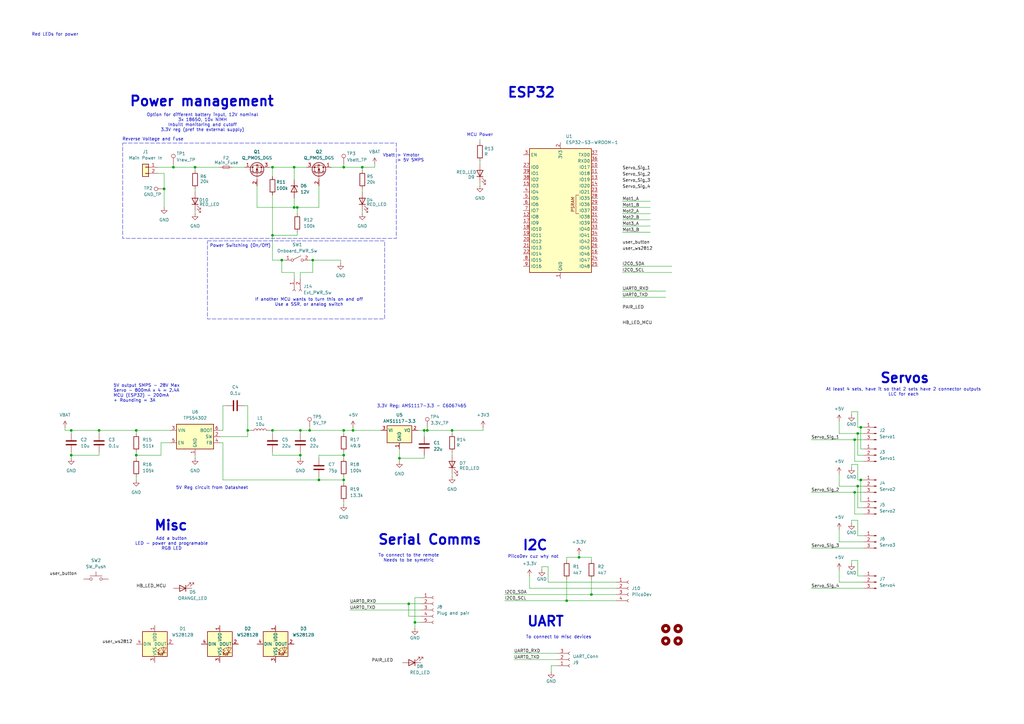
<source format=kicad_sch>
(kicad_sch (version 20231120) (generator "eeschema") (generator_version "8.0")
  (paper "A3")
  (title_block (title "Robot-Simple") (date "2025-01-03") (rev "v10") (company "Liam Howell") (comment 1 "https://github.com/LiamHowell/Robot-Simple"))
  (junction (at 140.97 186.69))
  (junction (at 123.19 176.53))
  (junction (at 29.21 176.53))
  (junction (at 480.06 118.11))
  (junction (at 111.76 176.53))
  (junction (at 127 176.53))
  (junction (at 480.06 82.55))
  (junction (at 480.06 153.67))
  (junction (at 351.79 199.39))
  (junction (at 130.81 196.85))
  (junction (at 242.57 243.84))
  (junction (at 148.59 68.58))
  (junction (at 128.27 106.68))
  (junction (at 140.97 196.85))
  (junction (at 480.06 72.39))
  (junction (at 353.06 175.26))
  (junction (at 173.99 176.53))
  (junction (at 55.88 176.53))
  (junction (at 120.65 68.58))
  (junction (at 140.97 176.53))
  (junction (at 40.64 176.53))
  (junction (at 71.12 68.58))
  (junction (at 167.64 247.65))
  (junction (at 29.21 186.69))
  (junction (at 101.6 176.53))
  (junction (at 123.19 186.69))
  (junction (at 185.42 176.53))
  (junction (at 111.76 68.58))
  (junction (at 351.79 177.8))
  (junction (at 67.31 77.47))
  (junction (at 480.06 143.51))
  (junction (at 350.52 180.34))
  (junction (at 55.88 186.69))
  (junction (at 353.06 196.85))
  (junction (at 144.78 176.53))
  (junction (at 175.26 176.53))
  (junction (at 237.49 228.6))
  (junction (at 170.18 255.27))
  (junction (at 115.57 106.68))
  (junction (at 80.01 68.58))
  (junction (at 232.41 246.38))
  (junction (at 120.65 85.09))
  (junction (at 121.92 85.09))
  (junction (at 140.97 68.58))
  (junction (at 350.52 201.93))
  (junction (at 111.76 96.52))
  (junction (at 163.83 187.96))
  (junction (at 480.06 107.95))
  (wire (pts (xy 480.06 119.38) (xy 480.06 118.11)))
  (wire (pts (xy 351.79 186.69) (xy 351.79 177.8)))
  (wire (pts (xy 222.25 233.68) (xy 222.25 232.41)))
  (wire (pts (xy 67.31 71.12) (xy 67.31 77.47)))
  (wire (pts (xy 123.19 111.76) (xy 128.27 111.76)))
  (wire (pts (xy 354.33 208.28) (xy 351.79 208.28)))
  (wire (pts (xy 80.01 87.63) (xy 80.01 86.36)))
  (wire (pts (xy 55.88 176.53) (xy 69.85 176.53)))
  (wire (pts (xy 237.49 227.33) (xy 237.49 228.6)))
  (wire (pts (xy 207.01 246.38) (xy 232.41 246.38)))
  (wire (pts (xy 140.97 177.8) (xy 140.97 176.53)))
  (wire (pts (xy 478.79 135.89) (xy 496.57 135.89)))
  (wire (pts (xy 175.26 175.26) (xy 175.26 176.53)))
  (wire (pts (xy 29.21 186.69) (xy 29.21 187.96)))
  (wire (pts (xy 354.33 177.8) (xy 351.79 177.8)))
  (wire (pts (xy 255.27 109.22) (xy 275.59 109.22)))
  (wire (pts (xy 123.19 186.69) (xy 111.76 186.69)))
  (wire (pts (xy 207.01 243.84) (xy 242.57 243.84)))
  (wire (pts (xy 487.68 143.51) (xy 487.68 144.78)))
  (wire (pts (xy 351.79 236.22) (xy 354.33 236.22)))
  (wire (pts (xy 242.57 243.84) (xy 242.57 237.49)))
  (wire (pts (xy 29.21 185.42) (xy 29.21 186.69)))
  (wire (pts (xy 120.65 68.58) (xy 120.65 73.66)))
  (wire (pts (xy 115.57 106.68) (xy 115.57 111.76)))
  (wire (pts (xy 232.41 237.49) (xy 232.41 246.38)))
  (wire (pts (xy 173.99 176.53) (xy 175.26 176.53)))
  (wire (pts (xy 64.77 71.12) (xy 67.31 71.12)))
  (wire (pts (xy 111.76 68.58) (xy 111.76 72.39)))
  (wire (pts (xy 111.76 96.52) (xy 121.92 96.52)))
  (wire (pts (xy 351.79 190.5) (xy 351.79 196.85)))
  (wire (pts (xy 105.41 76.2) (xy 105.41 85.09)))
  (wire (pts (xy 66.04 186.69) (xy 55.88 186.69)))
  (wire (pts (xy 140.97 196.85) (xy 140.97 198.12)))
  (wire (pts (xy 143.51 250.19) (xy 172.72 250.19)))
  (wire (pts (xy 91.44 181.61) (xy 91.44 196.85)))
  (wire (pts (xy 101.6 176.53) (xy 102.87 176.53)))
  (wire (pts (xy 353.06 205.74) (xy 353.06 196.85)))
  (wire (pts (xy 116.84 106.68) (xy 115.57 106.68)))
  (wire (pts (xy 128.27 106.68) (xy 128.27 111.76)))
  (wire (pts (xy 127 176.53) (xy 140.97 176.53)))
  (wire (pts (xy 217.17 236.22) (xy 217.17 241.3)))
  (wire (pts (xy 148.59 77.47) (xy 148.59 78.74)))
  (wire (pts (xy 140.97 68.58) (xy 148.59 68.58)))
  (wire (pts (xy 480.06 107.95) (xy 487.68 107.95)))
  (wire (pts (xy 349.25 214.63) (xy 349.25 213.36)))
  (wire (pts (xy 222.25 232.41) (xy 224.79 232.41)))
  (wire (pts (xy 344.17 233.68) (xy 344.17 238.76)))
  (wire (pts (xy 143.51 247.65) (xy 167.64 247.65)))
  (wire (pts (xy 66.04 181.61) (xy 66.04 186.69)))
  (wire (pts (xy 120.65 68.58) (xy 125.73 68.58)))
  (wire (pts (xy 196.85 66.04) (xy 196.85 67.31)))
  (wire (pts (xy 101.6 179.07) (xy 101.6 176.53)))
  (wire (pts (xy 90.17 181.61) (xy 91.44 181.61)))
  (wire (pts (xy 90.17 179.07) (xy 101.6 179.07)))
  (wire (pts (xy 111.76 96.52) (xy 111.76 106.68)))
  (wire (pts (xy 29.21 176.53) (xy 29.21 177.8)))
  (wire (pts (xy 140.97 186.69) (xy 140.97 187.96)))
  (wire (pts (xy 172.72 252.73) (xy 167.64 252.73)))
  (wire (pts (xy 480.06 107.95) (xy 480.06 109.22)))
  (wire (pts (xy 40.64 185.42) (xy 40.64 186.69)))
  (wire (pts (xy 349.25 231.14) (xy 349.25 229.87)))
  (wire (pts (xy 80.01 68.58) (xy 90.17 68.58)))
  (wire (pts (xy 255.27 85.09) (xy 266.7 85.09)))
  (wire (pts (xy 332.74 241.3) (xy 354.33 241.3)))
  (wire (pts (xy 468.63 113.03) (xy 468.63 114.3)))
  (wire (pts (xy 130.81 85.09) (xy 121.92 85.09)))
  (wire (pts (xy 121.92 85.09) (xy 121.92 87.63)))
  (wire (pts (xy 487.68 153.67) (xy 487.68 152.4)))
  (wire (pts (xy 349.25 229.87) (xy 351.79 229.87)))
  (wire (pts (xy 447.04 64.77) (xy 458.47 64.77)))
  (wire (pts (xy 480.06 82.55) (xy 487.68 82.55)))
  (wire (pts (xy 487.68 82.55) (xy 487.68 81.28)))
  (wire (pts (xy 468.63 129.54) (xy 468.63 130.81)))
  (wire (pts (xy 196.85 76.2) (xy 196.85 74.93)))
  (wire (pts (xy 354.33 175.26) (xy 353.06 175.26)))
  (wire (pts (xy 478.79 107.95) (xy 480.06 107.95)))
  (wire (pts (xy 480.06 83.82) (xy 480.06 82.55)))
  (wire (pts (xy 128.27 106.68) (xy 139.7 106.68)))
  (wire (pts (xy 349.25 190.5) (xy 351.79 190.5)))
  (wire (pts (xy 120.65 111.76) (xy 115.57 111.76)))
  (wire (pts (xy 237.49 228.6) (xy 242.57 228.6)))
  (wire (pts (xy 80.01 77.47) (xy 80.01 78.74)))
  (wire (pts (xy 353.06 175.26) (xy 351.79 175.26)))
  (wire (pts (xy 351.79 177.8) (xy 344.17 177.8)))
  (wire (pts (xy 353.06 196.85) (xy 351.79 196.85)))
  (wire (pts (xy 139.7 106.68) (xy 139.7 107.95)))
  (wire (pts (xy 480.06 81.28) (xy 480.06 82.55)))
  (wire (pts (xy 111.76 176.53) (xy 123.19 176.53)))
  (wire (pts (xy 120.65 85.09) (xy 120.65 81.28)))
  (wire (pts (xy 224.79 238.76) (xy 252.73 238.76)))
  (wire (pts (xy 468.63 93.98) (xy 468.63 95.25)))
  (wire (pts (xy 255.27 82.55) (xy 266.7 82.55)))
  (wire (pts (xy 480.06 143.51) (xy 487.68 143.51)))
  (wire (pts (xy 210.82 270.51) (xy 228.6 270.51)))
  (wire (pts (xy 185.42 176.53) (xy 198.12 176.53)))
  (wire (pts (xy 110.49 176.53) (xy 111.76 176.53)))
  (wire (pts (xy 123.19 185.42) (xy 123.19 186.69)))
  (wire (pts (xy 255.27 87.63) (xy 266.7 87.63)))
  (wire (pts (xy 40.64 176.53) (xy 29.21 176.53)))
  (wire (pts (xy 255.27 92.71) (xy 266.7 92.71)))
  (wire (pts (xy 153.67 67.31) (xy 153.67 68.58)))
  (wire (pts (xy 487.68 118.11) (xy 487.68 116.84)))
  (wire (pts (xy 332.74 224.79) (xy 354.33 224.79)))
  (wire (pts (xy 480.06 72.39) (xy 480.06 73.66)))
  (wire (pts (xy 148.59 87.63) (xy 148.59 86.36)))
  (wire (pts (xy 350.52 180.34) (xy 350.52 189.23)))
  (wire (pts (xy 40.64 186.69) (xy 29.21 186.69)))
  (wire (pts (xy 173.99 186.69) (xy 173.99 187.96)))
  (wire (pts (xy 101.6 166.37) (xy 101.6 176.53)))
  (wire (pts (xy 111.76 80.01) (xy 111.76 96.52)))
  (wire (pts (xy 123.19 186.69) (xy 123.19 187.96)))
  (wire (pts (xy 480.06 116.84) (xy 480.06 118.11)))
  (wire (pts (xy 255.27 95.25) (xy 266.7 95.25)))
  (wire (pts (xy 71.12 67.31) (xy 71.12 68.58)))
  (wire (pts (xy 487.68 107.95) (xy 487.68 109.22)))
  (wire (pts (xy 130.81 195.58) (xy 130.81 196.85)))
  (wire (pts (xy 148.59 68.58) (xy 148.59 69.85)))
  (wire (pts (xy 121.92 95.25) (xy 121.92 96.52)))
  (wire (pts (xy 350.52 210.82) (xy 354.33 210.82)))
  (wire (pts (xy 170.18 255.27) (xy 170.18 245.11)))
  (wire (pts (xy 349.25 168.91) (xy 351.79 168.91)))
  (wire (pts (xy 100.33 166.37) (xy 101.6 166.37)))
  (wire (pts (xy 447.04 135.89) (xy 458.47 135.89)))
  (wire (pts (xy 351.79 208.28) (xy 351.79 199.39)))
  (wire (pts (xy 170.18 245.11) (xy 172.72 245.11)))
  (wire (pts (xy 255.27 121.92) (xy 273.05 121.92)))
  (wire (pts (xy 468.63 148.59) (xy 468.63 149.86)))
  (wire (pts (xy 255.27 111.76) (xy 275.59 111.76)))
  (wire (pts (xy 80.01 187.96) (xy 80.01 186.69)))
  (wire (pts (xy 55.88 185.42) (xy 55.88 186.69)))
  (wire (pts (xy 140.97 176.53) (xy 144.78 176.53)))
  (wire (pts (xy 447.04 138.43) (xy 458.47 138.43)))
  (wire (pts (xy 95.25 68.58) (xy 100.33 68.58)))
  (wire (pts (xy 173.99 176.53) (xy 173.99 179.07)))
  (wire (pts (xy 130.81 187.96) (xy 130.81 186.69)))
  (wire (pts (xy 232.41 228.6) (xy 237.49 228.6)))
  (wire (pts (xy 332.74 180.34) (xy 350.52 180.34)))
  (wire (pts (xy 127 175.26) (xy 127 176.53)))
  (wire (pts (xy 163.83 189.23) (xy 163.83 187.96)))
  (wire (pts (xy 115.57 106.68) (xy 111.76 106.68)))
  (wire (pts (xy 196.85 57.15) (xy 196.85 58.42)))
  (wire (pts (xy 447.04 102.87) (xy 458.47 102.87)))
  (wire (pts (xy 91.44 166.37) (xy 92.71 166.37)))
  (wire (pts (xy 480.06 72.39) (xy 487.68 72.39)))
  (wire (pts (xy 226.06 273.05) (xy 226.06 275.59)))
  (wire (pts (xy 344.17 222.25) (xy 354.33 222.25)))
  (wire (pts (xy 167.64 252.73) (xy 167.64 247.65)))
  (wire (pts (xy 55.88 186.69) (xy 55.88 187.96)))
  (wire (pts (xy 232.41 246.38) (xy 252.73 246.38)))
  (wire (pts (xy 350.52 189.23) (xy 354.33 189.23)))
  (wire (pts (xy 255.27 90.17) (xy 266.7 90.17)))
  (wire (pts (xy 349.25 170.18) (xy 349.25 168.91)))
  (wire (pts (xy 111.76 68.58) (xy 120.65 68.58)))
  (wire (pts (xy 478.79 72.39) (xy 480.06 72.39)))
  (wire (pts (xy 130.81 196.85) (xy 140.97 196.85)))
  (wire (pts (xy 110.49 68.58) (xy 111.76 68.58)))
  (wire (pts (xy 55.88 177.8) (xy 55.88 176.53)))
  (wire (pts (xy 140.97 67.31) (xy 140.97 68.58)))
  (wire (pts (xy 354.33 199.39) (xy 351.79 199.39)))
  (wire (pts (xy 123.19 114.3) (xy 123.19 111.76)))
  (wire (pts (xy 344.17 217.17) (xy 344.17 222.25)))
  (wire (pts (xy 80.01 68.58) (xy 80.01 69.85)))
  (wire (pts (xy 480.06 152.4) (xy 480.06 153.67)))
  (wire (pts (xy 130.81 76.2) (xy 130.81 85.09)))
  (wire (pts (xy 344.17 172.72) (xy 344.17 177.8)))
  (wire (pts (xy 480.06 143.51) (xy 480.06 144.78)))
  (wire (pts (xy 478.79 100.33) (xy 496.57 100.33)))
  (wire (pts (xy 487.68 72.39) (xy 487.68 73.66)))
  (wire (pts (xy 40.64 176.53) (xy 40.64 177.8)))
  (wire (pts (xy 167.64 247.65) (xy 172.72 247.65)))
  (wire (pts (xy 354.33 186.69) (xy 351.79 186.69)))
  (wire (pts (xy 480.06 154.94) (xy 480.06 153.67)))
  (wire (pts (xy 55.88 196.85) (xy 55.88 195.58)))
  (wire (pts (xy 210.82 267.97) (xy 228.6 267.97)))
  (wire (pts (xy 224.79 232.41) (xy 224.79 238.76)))
  (wire (pts (xy 468.63 77.47) (xy 468.63 78.74)))
  (wire (pts (xy 354.33 201.93) (xy 350.52 201.93)))
  (wire (pts (xy 144.78 176.53) (xy 156.21 176.53)))
  (wire (pts (xy 351.79 168.91) (xy 351.79 175.26)))
  (wire (pts (xy 130.81 186.69) (xy 140.97 186.69)))
  (wire (pts (xy 172.72 255.27) (xy 170.18 255.27)))
  (wire (pts (xy 349.25 191.77) (xy 349.25 190.5)))
  (wire (pts (xy 91.44 166.37) (xy 91.44 176.53)))
  (wire (pts (xy 478.79 67.31) (xy 496.57 67.31)))
  (wire (pts (xy 69.85 181.61) (xy 66.04 181.61)))
  (wire (pts (xy 255.27 119.38) (xy 273.05 119.38)))
  (wire (pts (xy 354.33 205.74) (xy 353.06 205.74)))
  (wire (pts (xy 350.52 201.93) (xy 350.52 210.82)))
  (wire (pts (xy 354.33 184.15) (xy 353.06 184.15)))
  (wire (pts (xy 354.33 180.34) (xy 350.52 180.34)))
  (wire (pts (xy 478.79 138.43) (xy 496.57 138.43)))
  (wire (pts (xy 242.57 228.6) (xy 242.57 229.87)))
  (wire (pts (xy 170.18 255.27) (xy 170.18 257.81)))
  (wire (pts (xy 198.12 175.26) (xy 198.12 176.53)))
  (wire (pts (xy 123.19 176.53) (xy 127 176.53)))
  (wire (pts (xy 163.83 184.15) (xy 163.83 187.96)))
  (wire (pts (xy 468.63 58.42) (xy 468.63 59.69)))
  (wire (pts (xy 349.25 213.36) (xy 351.79 213.36)))
  (wire (pts (xy 127 106.68) (xy 128.27 106.68)))
  (wire (pts (xy 344.17 238.76) (xy 354.33 238.76)))
  (wire (pts (xy 140.97 205.74) (xy 140.97 207.01)))
  (wire (pts (xy 252.73 243.84) (xy 242.57 243.84)))
  (wire (pts (xy 185.42 176.53) (xy 185.42 177.8)))
  (wire (pts (xy 91.44 196.85) (xy 130.81 196.85)))
  (wire (pts (xy 123.19 176.53) (xy 123.19 177.8)))
  (wire (pts (xy 351.79 199.39) (xy 344.17 199.39)))
  (wire (pts (xy 26.67 175.26) (xy 26.67 176.53)))
  (wire (pts (xy 71.12 68.58) (xy 80.01 68.58)))
  (wire (pts (xy 111.76 176.53) (xy 111.76 177.8)))
  (wire (pts (xy 478.79 64.77) (xy 496.57 64.77)))
  (wire (pts (xy 148.59 68.58) (xy 153.67 68.58)))
  (wire (pts (xy 140.97 195.58) (xy 140.97 196.85)))
  (wire (pts (xy 332.74 201.93) (xy 350.52 201.93)))
  (wire (pts (xy 232.41 229.87) (xy 232.41 228.6)))
  (wire (pts (xy 351.79 229.87) (xy 351.79 236.22)))
  (wire (pts (xy 478.79 143.51) (xy 480.06 143.51)))
  (wire (pts (xy 120.65 114.3) (xy 120.65 111.76)))
  (wire (pts (xy 354.33 196.85) (xy 353.06 196.85)))
  (wire (pts (xy 175.26 176.53) (xy 185.42 176.53)))
  (wire (pts (xy 447.04 100.33) (xy 458.47 100.33)))
  (wire (pts (xy 478.79 102.87) (xy 496.57 102.87)))
  (wire (pts (xy 171.45 176.53) (xy 173.99 176.53)))
  (wire (pts (xy 480.06 118.11) (xy 487.68 118.11)))
  (wire (pts (xy 55.88 176.53) (xy 40.64 176.53)))
  (wire (pts (xy 105.41 85.09) (xy 120.65 85.09)))
  (wire (pts (xy 64.77 68.58) (xy 71.12 68.58)))
  (wire (pts (xy 90.17 176.53) (xy 91.44 176.53)))
  (wire (pts (xy 228.6 273.05) (xy 226.06 273.05)))
  (wire (pts (xy 447.04 67.31) (xy 458.47 67.31)))
  (wire (pts (xy 144.78 176.53) (xy 144.78 175.26)))
  (wire (pts (xy 185.42 195.58) (xy 185.42 194.31)))
  (wire (pts (xy 351.79 219.71) (xy 354.33 219.71)))
  (wire (pts (xy 344.17 194.31) (xy 344.17 199.39)))
  (wire (pts (xy 135.89 68.58) (xy 140.97 68.58)))
  (wire (pts (xy 217.17 241.3) (xy 252.73 241.3)))
  (wire (pts (xy 26.67 176.53) (xy 29.21 176.53)))
  (wire (pts (xy 111.76 185.42) (xy 111.76 186.69)))
  (wire (pts (xy 353.06 184.15) (xy 353.06 175.26)))
  (wire (pts (xy 480.06 153.67) (xy 487.68 153.67)))
  (wire (pts (xy 163.83 187.96) (xy 173.99 187.96)))
  (wire (pts (xy 351.79 213.36) (xy 351.79 219.71)))
  (wire (pts (xy 121.92 85.09) (xy 120.65 85.09)))
  (wire (pts (xy 67.31 77.47) (xy 67.31 85.09)))
  (wire (pts (xy 140.97 186.69) (xy 140.97 185.42)))
  (wire (pts (xy 185.42 185.42) (xy 185.42 186.69)))
  (rectangle (start 50.292 58.674) (end 162.56 97.79) (stroke (width 0) (type dash)))
  (rectangle (start 85.09 98.806) (end 157.734 130.81) (stroke (width 0) (type dash)))
  (rectangle (start 435.102 21.336) (end 514.096 161.544) (stroke (width 0) (type dash)))
  (text "MCU Power" (at 196.85 55.372 0) (effects (font (size 1.27 1.27))))
  (text "ESP32" (at 217.932 38.1 0) (effects (font (size 4 4) (thickness 0.8) (bold yes))))
  (text "PiicoDev cuz why not" (at 218.694 228.346 0) (effects (font (size 1.27 1.27) (thickness 0.1588))))
  (text "Power management" (at 82.804 41.656 0) (effects (font (size 4 4) (thickness 0.8) (bold yes))))
  (text "Servos" (at 371.094 155.194 0) (effects (font (size 4 4) (thickness 0.8) (bold yes))))
  (text "Serial Comms" (at 176.276 221.488 0) (effects (font (size 4 4) (thickness 0.8) (bold yes))))
  (text "I2C" (at 219.456 223.774 0) (effects (font (size 4 4) (thickness 0.8) (bold yes))))
  (text "Red LEDs for power" (at 12.954 13.462 0) (effects (font (size 1.27 1.27)) (justify left top)))
  (text "Connector:\n- C880563\n- C560235" (at 475.996 29.21 0) (effects (font (size 1.27 1.27)) (justify left)))
  (text "Add a button\nLED - power and programable\nRGB LED" (at 70.358 223.012 0) (effects (font (size 1.27 1.27) (thickness 0.1588))))
  (text "If another MCU wants to turn this on and off\nUse a SSR, or analog switch" (at 126.746 123.952 0) (effects (font (size 1.27 1.27) (thickness 0.1588))))
  (text "Motors" (at 460.756 25.146 0) (effects (font (size 4 4) (thickness 0.8) (bold yes))))
  (text "To connect to misc devices" (at 229.108 261.366 0) (effects (font (size 1.27 1.27) (thickness 0.1588))))
  (text "To connect to the remote\nNeeds to be symetric" (at 167.64 228.854 0) (effects (font (size 1.27 1.27) (thickness 0.1588))))
  (text "Power Switching (On/Off)" (at 98.552 100.838 0) (effects (font (size 1.27 1.27) (thickness 0.1588))))
  (text "45V MAX" (at 435.864 23.368 0) (effects (font (size 1.27 1.27)) (justify left)))
  (text "At least 4 sets, have it so that 2 sets have 2 connector outputs\nLLC for each" (at 370.586 160.782 0) (effects (font (size 1.27 1.27) (thickness 0.1588))))
  (text "3.3V Reg: AMS1117-3.3 - C6067465" (at 172.974 166.624 0) (effects (font (size 1.27 1.27))))
  (text "Motor Driver: DRV8871 - C75864" (at 492.252 24.892 0) (effects (font (size 1.27 1.27))))
  (text "UART" (at 223.774 255.016 0) (effects (font (size 4 4) (thickness 0.8) (bold yes))))
  (text "Reverse Voltage and Fuse" (at 62.738 57.15 0) (effects (font (size 1.27 1.27) (thickness 0.1588))))
  (text "2A Current limit (As per datasheet)" (at 463.55 45.212 0) (effects (font (size 1.27 1.27))))
  (text "Misc" (at 70.104 215.646 0) (effects (font (size 4 4) (thickness 0.8) (bold yes))))
  (text "Option for different battery input, 12V nominal\n3x 18650, 10x NiMH\nInbuilt monitoring and cutoff\n3.3V reg (pref the external supply)\n" (at 83.058 50.292 0) (effects (font (size 1.27 1.27) (thickness 0.1588))))
  (text "5V output SMPS - 28V Max\nServo - 800mA x 4 = 2.4A\nMCU (ESP32) - 200mA\n+ Rounding = 3A\n" (at 46.482 161.29 0) (effects (font (size 1.27 1.27) (thickness 0.1588)) (justify left)))
  (text "5V Reg circuit from Datasheet" (at 72.136 200.152 0) (effects (font (size 1.27 1.27) (thickness 0.1588)) (justify left)))
  (text "Vbatt > Vmotor\n      > 5V SMPS" (at 156.972 64.77 0) (effects (font (size 1.27 1.27) (thickness 0.1588)) (justify left)))
  (label "UART0_TXD" (at 210.82 270.51 0))
  (label "user_button" (at 20.32 236.22 0))
  (label "Mot3_A" (at 447.04 135.89 0))
  (label "UART0_RXD" (at 255.27 119.38 0))
  (label "Servo_Sig_2" (at 255.27 72.39 0))
  (label "UART0_TXD" (at 143.51 250.19 0))
  (label "user_ws2812" (at 255.27 102.87 0))
  (label "Servo_Sig_1" (at 255.27 69.85 0))
  (label "UART0_RXD" (at 210.82 267.97 0))
  (label "Mot1_B" (at 447.04 67.31 0))
  (label "Servo_Sig_2" (at 332.74 201.93 0))
  (label "Mot1_A" (at 447.04 64.77 0))
  (label "Servo_Sig_3" (at 332.74 224.79 0))
  (label "PAIR_LED" (at 255.27 127 0))
  (label "HB_LED_MCU" (at 255.27 133.35 0))
  (label "user_ws2812" (at 41.91 264.16 0))
  (label "UART0_TXD" (at 255.27 121.92 0))
  (label "I2C0_SDA" (at 255.27 109.22 0))
  (label "Mot2_A" (at 255.27 87.63 0))
  (label "Servo_Sig_3" (at 255.27 74.93 0))
  (label "Mot3_B" (at 447.04 138.43 0))
  (label "UART0_RXD" (at 143.51 247.65 0))
  (label "Mot1_A" (at 255.27 82.55 0))
  (label "Servo_Sig_1" (at 332.74 180.34 0))
  (label "I2C0_SDA" (at 207.01 243.84 0))
  (label "Mot2_A" (at 447.04 100.33 0))
  (label "I2C0_SCL" (at 255.27 111.76 0))
  (label "Servo_Sig_4" (at 255.27 77.47 0))
  (label "HB_LED_MCU" (at 55.88 241.3 0))
  (label "user_button" (at 255.27 100.33 0))
  (label "Mot3_A" (at 255.27 92.71 0))
  (label "PAIR_LED" (at 152.4 271.78 0))
  (label "Servo_Sig_4" (at 332.74 241.3 0))
  (label "Mot1_B" (at 255.27 85.09 0))
  (label "Mot3_B" (at 255.27 95.25 0))
  (label "I2C0_SCL" (at 207.01 246.38 0))
  (label "Mot2_B" (at 255.27 90.17 0))
  (label "Mot2_B" (at 447.04 102.87 0))
  (symbol (lib_id "power:GND") (at 480.06 154.94 0) (unit 1)
    (property "Reference" "#PWR025" (effects (hide yes)))
    (property "Value" "GND" (at 480.06 158.75 0))
    (property "Description" "Power symbol creates a global label with name \"GND\" , ground" (effects (hide yes)))
  )
  (symbol (lib_id "Switch:SW_Push") (at 39.37 237.49 0) (unit 1)
    (property "Reference" "SW2" (at 39.37 229.87 0))
    (property "Value" "SW_Push" (at 39.37 232.41 0))
    (property "Description" "Push button switch, generic, two pins" (effects (hide yes)))
  )
  (symbol (lib_id "Device:R") (at 487.68 77.47 0) (unit 1)
    (property "Reference" "R8" (at 490.22 76.1999 0) (effects (justify left)))
    (property "Value" "USER" (at 490.22 78.7399 0) (effects (justify left)))
    (property "Description" "Resistor" (effects (hide yes)))
  )
  (symbol (lib_id "Mechanical:MountingHole") (at 278.13 262.89 0) (unit 1) (exclude_from_sim yes) (in_bom no)
    (property "Reference" "H4" (effects (hide yes)))
    (property "Value" "MountingHole" (effects (hide yes)))
    (property "Description" "Mounting Hole without connection" (effects (hide yes)))
  )
  (symbol (lib_id "Connector:TestPoint") (at 71.12 67.31 0) (unit 1)
    (property "Reference" "TP1" (at 72.39 62.992 0) (effects (justify left)))
    (property "Value" "Vraw_TP" (at 72.39 65.532 0) (effects (justify left)))
    (property "Description" "test point" (effects (hide yes)))
  )
  (symbol (lib_id "LED:WS2812B") (at 63.5 264.16 0) (unit 1)
    (property "Reference" "D1" (at 74.93 257.8414 0))
    (property "Value" "WS2812B" (at 74.93 260.3814 0))
    (property "Footprint" "LED_SMD:LED_WS2812B_PLCC4_5.0x5.0mm_P3.2mm" (effects (hide yes)))
    (property "Datasheet" "https://cdn-shop.adafruit.com/datasheets/WS2812B.pdf" (effects (hide yes)))
    (property "Description" "RGB LED with integrated controller" (effects (hide yes)))
  )
  (symbol (lib_id "power:GND") (at 222.25 233.68 0) (unit 1)
    (property "Reference" "#PWR012" (effects (hide yes)))
    (property "Value" "GND" (at 222.25 237.49 0))
    (property "Description" "Power symbol creates a global label with name \"GND\" , ground" (effects (hide yes)))
  )
  (symbol (lib_id "power:GND") (at 480.06 119.38 0) (unit 1)
    (property "Reference" "#PWR022" (effects (hide yes)))
    (property "Value" "GND" (at 480.06 123.19 0))
    (property "Description" "Power symbol creates a global label with name \"GND\" , ground" (effects (hide yes)))
  )
  (symbol (lib_id "Device:R") (at 242.57 233.68 0) (unit 1)
    (property "Reference" "R2" (at 245.11 232.4099 0) (effects (justify left)))
    (property "Value" "4k7" (at 245.11 234.9499 0) (effects (justify left)))
    (property "Description" "Resistor" (effects (hide yes)))
  )
  (symbol (lib_id "Device:R") (at 148.59 73.66 0) (unit 1)
    (property "Reference" "R5" (at 150.368 72.39 0) (effects (justify left)))
    (property "Value" "20k" (at 150.368 74.676 0) (effects (justify left)))
    (property "Footprint" "Resistor_SMD:R_1206_3216Metric" (effects (hide yes)))
  )
  (symbol (lib_id "CoreElectronics_Power-Symbols:VBAT") (at 26.67 175.26 0) (unit 1)
    (property "Reference" "#PWR035" (effects (hide yes)))
    (property "Value" "VBAT" (at 26.67 170.18 0))
    (property "Description" "Power symbol creates a global label with name \"VBAT\"" (effects (hide yes)))
  )
  (symbol (lib_id "LED:WS2812B") (at 90.17 264.16 0) (unit 1)
    (property "Reference" "D2" (at 101.6 257.8414 0))
    (property "Value" "WS2812B" (at 101.6 260.3814 0))
    (property "Footprint" "LED_SMD:LED_WS2812B_PLCC4_5.0x5.0mm_P3.2mm" (effects (hide yes)))
    (property "Datasheet" "https://cdn-shop.adafruit.com/datasheets/WS2812B.pdf" (effects (hide yes)))
    (property "Description" "RGB LED with integrated controller" (effects (hide yes)))
  )
  (symbol (lib_id "power:GND") (at 226.06 275.59 0) (unit 1)
    (property "Reference" "#PWR011" (effects (hide yes)))
    (property "Value" "GND" (at 226.06 279.4 0))
    (property "Description" "Power symbol creates a global label with name \"GND\" , ground" (effects (hide yes)))
  )
  (symbol (lib_id "Connector:Conn_01x03_Pin") (at 359.41 238.76 0) (mirror y) (unit 1)
    (property "Reference" "J7" (at 360.68 237.4899 0) (effects (justify right)))
    (property "Value" "Servo4" (at 360.68 240.0299 0) (effects (justify right)))
    (property "Description" "Generic connector, single row, 01x03, script generated" (effects (hide yes)))
  )
  (symbol (lib_id "Device:C") (at 111.76 181.61 0) (unit 1)
    (property "Reference" "C5" (at 115.57 180.3399 0) (effects (justify left)))
    (property "Value" "22u" (at 115.57 182.8799 0) (effects (justify left)))
    (property "Description" "Unpolarized capacitor" (effects (hide yes)))
  )
  (symbol (lib_id "power:GND") (at 80.01 87.63 0) (unit 1)
    (property "Reference" "#PWR015" (effects (hide yes)))
    (property "Value" "GND" (at 80.01 92.71 0))
    (property "Description" "Power symbol creates a global label with name \"GND\" , ground" (effects (hide yes)))
  )
  (symbol (lib_id "Device:R") (at 140.97 191.77 0) (unit 1)
    (property "Reference" "R18" (at 143.51 190.4999 0) (effects (justify left)))
    (property "Value" "100k" (at 143.51 193.0399 0) (effects (justify left)))
    (property "Description" "Resistor" (effects (hide yes)))
  )
  (symbol (lib_id "Driver_Motor:DRV8871DDA") (at 468.63 67.31 0) (unit 1)
    (property "Reference" "U4" (at 470.8241 57.15 0) (effects (justify left)))
    (property "Value" "DRV8871DDA" (at 470.8241 59.69 0) (effects (justify left)))
    (property "Footprint" "Package_SO:Texas_HTSOP-8-1EP_3.9x4.9mm_P1.27mm_EP2.95x4.9mm_Mask2.4x3.1mm_ThermalVias" (effects (hide yes)))
    (property "Datasheet" "http://www.ti.com/lit/ds/symlink/drv8871.pdf" (effects (hide yes)))
    (property "Description" "Brushed DC Motor Driver, PWM Control, 45V, 3.6A, Current limiting, HTSOP-8" (effects (hide yes)))
    (property "MPN" "C75864" (effects (hide yes)))
  )
  (symbol (lib_id "Device:R") (at 487.68 148.59 0) (unit 1)
    (property "Reference" "R4" (at 490.22 147.3199 0) (effects (justify left)))
    (property "Value" "USER" (at 490.22 149.8599 0) (effects (justify left)))
    (property "Description" "Resistor" (effects (hide yes)))
  )
  (symbol (lib_id "Connector:Screw_Terminal_01x02") (at 501.65 135.89 0) (unit 1)
    (property "Reference" "J13" (at 504.19 135.8899 0) (effects (justify left)))
    (property "Value" "Mot3" (at 504.19 138.4299 0) (effects (justify left)))
    (property "Description" "Generic screw terminal, single row, 01x02, script generated (kicad-library-utils/schlib/autogen/connector/)" (effects (hide yes)))
  )
  (symbol (lib_id "Driver_Motor:DRV8871DDA") (at 468.63 138.43 0) (unit 1)
    (property "Reference" "U2" (at 470.8241 128.27 0) (effects (justify left)))
    (property "Value" "DRV8871DDA" (at 470.8241 130.81 0) (effects (justify left)))
    (property "Footprint" "Package_SO:Texas_HTSOP-8-1EP_3.9x4.9mm_P1.27mm_EP2.95x4.9mm_Mask2.4x3.1mm_ThermalVias" (effects (hide yes)))
    (property "Datasheet" "http://www.ti.com/lit/ds/symlink/drv8871.pdf" (effects (hide yes)))
    (property "Description" "Brushed DC Motor Driver, PWM Control, 45V, 3.6A, Current limiting, HTSOP-8" (effects (hide yes)))
  )
  (symbol (lib_id "power:+5V") (at 344.17 233.68 0) (unit 1)
    (property "Reference" "#PWR07" (effects (hide yes)))
    (property "Value" "+5V" (at 344.17 228.6 0))
    (property "Description" "Power symbol creates a global label with name \"+5V\"" (effects (hide yes)))
  )
  (symbol (lib_id "Connector:Conn_01x04_Socket") (at 257.81 241.3 0) (unit 1)
    (property "Reference" "J10" (at 259.08 241.2999 0) (effects (justify left)))
    (property "Value" "PiicoDev" (at 259.08 243.8399 0) (effects (justify left)))
    (property "Description" "Generic connector, single row, 01x04, script generated" (effects (hide yes)))
  )
  (symbol (lib_id "CoreElectronics_Power-Symbols:VBAT") (at 153.67 67.31 0) (unit 1)
    (property "Reference" "#PWR017" (effects (hide yes)))
    (property "Value" "VBAT" (at 153.67 62.23 0))
    (property "Description" "Power symbol creates a global label with name \"VBAT\"" (effects (hide yes)))
  )
  (symbol (lib_id "CoreElectronics_Power-Symbols:VBAT") (at 468.63 93.98 0) (unit 1)
    (property "Reference" "#PWR020" (effects (hide yes)))
    (property "Value" "VBAT" (at 468.63 88.9 0))
    (property "Description" "Power symbol creates a global label with name \"VBAT\"" (effects (hide yes)))
  )
  (symbol (lib_id "Mechanical:MountingHole") (at 278.13 257.81 0) (unit 1) (exclude_from_sim yes) (in_bom no)
    (property "Reference" "H2" (effects (hide yes)))
    (property "Value" "MountingHole" (effects (hide yes)))
    (property "Description" "Mounting Hole without connection" (effects (hide yes)))
  )
  (symbol (lib_id "Connector:TestPoint") (at 127 175.26 0) (unit 1)
    (property "Reference" "TP5" (at 128.27 170.942 0) (effects (justify left)))
    (property "Value" "5V_TP" (at 128.27 173.482 0) (effects (justify left)))
    (property "Description" "test point" (effects (hide yes)))
  )
  (symbol (lib_id "power:GND") (at 29.21 187.96 0) (unit 1)
    (property "Reference" "#PWR034" (effects (hide yes)))
    (property "Value" "GND" (at 29.21 193.04 0))
    (property "Description" "Power symbol creates a global label with name \"GND\" , ground" (effects (hide yes)))
  )
  (symbol (lib_id "LED:WS2812B") (at 113.03 264.16 0) (unit 1)
    (property "Reference" "D3" (at 124.46 257.8414 0))
    (property "Value" "WS2812B" (at 124.46 260.3814 0))
    (property "Footprint" "LED_SMD:LED_WS2812B_PLCC4_5.0x5.0mm_P3.2mm" (effects (hide yes)))
    (property "Datasheet" "https://cdn-shop.adafruit.com/datasheets/WS2812B.pdf" (effects (hide yes)))
    (property "Description" "RGB LED with integrated controller" (effects (hide yes)))
  )
  (symbol (lib_id "power:GND") (at 349.25 231.14 0) (unit 1)
    (property "Reference" "#PWR06" (effects (hide yes)))
    (property "Value" "GND" (at 349.25 234.95 0))
    (property "Description" "Power symbol creates a global label with name \"GND\" , ground" (effects (hide yes)))
  )
  (symbol (lib_id "Regulator_Linear:AMS1117-3.3") (at 163.83 176.53 0) (unit 1)
    (property "Reference" "U5" (at 163.83 170.18 0))
    (property "Value" "AMS1117-3.3" (at 163.83 172.72 0))
    (property "Footprint" "Package_TO_SOT_SMD:SOT-223-3_TabPin2" (effects (hide yes)))
    (property "Datasheet" "http://www.advanced-monolithic.com/pdf/ds1117.pdf" (effects (hide yes)))
    (property "Description" "1A Low Dropout regulator, positive, 3.3V fixed output, SOT-223" (effects (hide yes)))
    (property "MPN" "C6067465" (effects (hide yes)))
  )
  (symbol (lib_id "Connector:Conn_01x03_Pin") (at 359.41 208.28 0) (mirror y) (unit 1)
    (property "Reference" "J5" (at 360.68 207.0099 0) (effects (justify right)))
    (property "Value" "Servo2" (at 360.68 209.5499 0) (effects (justify right)))
    (property "Description" "Generic connector, single row, 01x03, script generated" (effects (hide yes)))
  )
  (symbol (lib_id "Device:LED") (at 80.01 82.55 90) (unit 1)
    (property "Reference" "D10" (at 83.566 82.042 90))
    (property "Value" "RED_LED" (at 85.852 83.82 90))
    (property "Description" "Light emitting diode" (effects (hide yes)))
  )
  (symbol (lib_id "Connector:TestPoint") (at 175.26 175.26 0) (unit 1)
    (property "Reference" "TP4" (at 176.53 170.942 0) (effects (justify left)))
    (property "Value" "3.3V_TP" (at 176.53 173.482 0) (effects (justify left)))
    (property "Description" "test point" (effects (hide yes)))
  )
  (symbol (lib_id "power:GND") (at 123.19 187.96 0) (unit 1)
    (property "Reference" "#PWR036" (effects (hide yes)))
    (property "Value" "GND" (at 123.19 193.04 0))
    (property "Description" "Power symbol creates a global label with name \"GND\" , ground" (effects (hide yes)))
  )
  (symbol (lib_id "Connector:Conn_01x02_Socket") (at 120.65 119.38 90) (mirror x) (unit 1)
    (property "Reference" "J14" (at 124.46 117.4749 90) (effects (justify right)))
    (property "Value" "Ext_PWR_Sw" (at 124.46 120.0149 90) (effects (justify right)))
    (property "Description" "Generic connector, single row, 01x02, script generated" (effects (hide yes)))
  )
  (symbol (lib_id "Connector:Conn_01x03_Socket") (at 233.68 270.51 0) (mirror x) (unit 1)
    (property "Reference" "J9" (at 234.95 271.7801 0) (effects (justify left)))
    (property "Value" "UART_Conn" (at 234.95 269.2401 0) (effects (justify left)))
    (property "Description" "Generic connector, single row, 01x03, script generated" (effects (hide yes)))
  )
  (symbol (lib_id "Connector_Generic:Conn_01x02") (at 59.69 68.58 0) (mirror y) (unit 1)
    (property "Reference" "J1" (at 59.69 62.23 0))
    (property "Value" "Main Power In" (at 59.69 64.77 0))
    (property "Description" "Generic connector, single row, 01x02, script generated (kicad-library-utils/schlib/autogen/connector/)" (effects (hide yes)))
  )
  (symbol (lib_id "Device:R") (at 185.42 181.61 0) (unit 1)
    (property "Reference" "R14" (at 187.198 180.34 0) (effects (justify left)))
    (property "Value" "R" (at 187.198 182.626 0) (effects (justify left)))
    (property "Footprint" "Resistor_SMD:R_1206_3216Metric" (effects (hide yes)))
  )
  (symbol (lib_id "power:GND") (at 480.06 83.82 0) (unit 1)
    (property "Reference" "#PWR019" (effects (hide yes)))
    (property "Value" "GND" (at 480.06 87.63 0))
    (property "Description" "Power symbol creates a global label with name \"GND\" , ground" (effects (hide yes)))
  )
  (symbol (lib_id "Connector:Conn_01x03_Pin") (at 359.41 222.25 0) (mirror y) (unit 1)
    (property "Reference" "J6" (at 360.68 220.9799 0) (effects (justify right)))
    (property "Value" "Servo3" (at 360.68 223.5199 0) (effects (justify right)))
    (property "Description" "Generic connector, single row, 01x03, script generated" (effects (hide yes)))
  )
  (symbol (lib_id "power:GND") (at 140.97 207.01 0) (unit 1)
    (property "Reference" "#PWR037" (effects (hide yes)))
    (property "Value" "GND" (at 140.97 212.09 0))
    (property "Description" "Power symbol creates a global label with name \"GND\" , ground" (effects (hide yes)))
  )
  (symbol (lib_id "power:GND") (at 170.18 257.81 0) (unit 1)
    (property "Reference" "#PWR010" (effects (hide yes)))
    (property "Value" "GND" (at 170.18 261.62 0))
    (property "Description" "Power symbol creates a global label with name \"GND\" , ground" (effects (hide yes)))
  )
  (symbol (lib_id "Device:R") (at 487.68 113.03 0) (unit 1)
    (property "Reference" "R10" (at 490.22 111.7599 0) (effects (justify left)))
    (property "Value" "USER" (at 490.22 114.2999 0) (effects (justify left)))
    (property "Description" "Resistor" (effects (hide yes)))
  )
  (symbol (lib_id "Mechanical:MountingHole") (at 273.05 257.81 0) (unit 1) (exclude_from_sim yes) (in_bom no)
    (property "Reference" "H1" (effects (hide yes)))
    (property "Value" "MountingHole" (effects (hide yes)))
    (property "Description" "Mounting Hole without connection" (effects (hide yes)))
  )
  (symbol (lib_id "Device:R") (at 480.06 148.59 0) (unit 1)
    (property "Reference" "R3" (at 482.6 147.3199 0) (effects (justify left)))
    (property "Value" "30k" (at 482.6 149.8599 0) (effects (justify left)))
    (property "Description" "Resistor" (effects (hide yes)))
  )
  (symbol (lib_id "Device:R") (at 140.97 201.93 0) (unit 1)
    (property "Reference" "R19" (at 143.51 200.6599 0) (effects (justify left)))
    (property "Value" "13.3k" (at 143.51 203.1999 0) (effects (justify left)))
    (property "Description" "Resistor" (effects (hide yes)))
  )
  (symbol (lib_id "Device:R") (at 55.88 181.61 0) (unit 1)
    (property "Reference" "R15" (at 58.42 180.3399 0) (effects (justify left)))
    (property "Value" "511k" (at 58.42 182.8799 0) (effects (justify left)))
    (property "Description" "Resistor" (effects (hide yes)))
  )
  (symbol (lib_id "Connector:Conn_01x03_Pin") (at 359.41 199.39 0) (mirror y) (unit 1)
    (property "Reference" "J4" (at 360.68 198.1199 0) (effects (justify right)))
    (property "Value" "Servo2" (at 360.68 200.6599 0) (effects (justify right)))
    (property "Description" "Generic connector, single row, 01x03, script generated" (effects (hide yes)))
  )
  (symbol (lib_id "Regulator_Switching:TPS54302") (at 80.01 179.07 0) (unit 1)
    (property "Reference" "U6" (at 80.01 168.91 0))
    (property "Value" "TPS54302" (at 80.01 171.45 0))
    (property "Footprint" "Package_TO_SOT_SMD:SOT-23-6" (effects (hide yes)))
    (property "Datasheet" "http://www.ti.com/lit/ds/symlink/tps54302.pdf" (effects (hide yes)))
    (property "Description" "3A, 4.5 to 28V Input, EMI Friendly integrated switch synchronous step-down regulator, pulse-skipping, SOT-23-6" (effects (hide yes)))
  )
  (symbol (lib_id "Device:LED") (at 196.85 71.12 90) (unit 1)
    (property "Reference" "D9" (at 193.294 72.644 90))
    (property "Value" "RED_LED" (at 191.262 70.612 90))
    (property "Description" "Light emitting diode" (effects (hide yes)))
  )
  (symbol (lib_id "Device:R") (at 480.06 77.47 0) (unit 1)
    (property "Reference" "R7" (at 482.6 76.1999 0) (effects (justify left)))
    (property "Value" "30k" (at 482.6 78.7399 0) (effects (justify left)))
    (property "Description" "Resistor" (effects (hide yes)))
  )
  (symbol (lib_id "Device:R") (at 480.06 113.03 0) (unit 1)
    (property "Reference" "R9" (at 482.6 111.7599 0) (effects (justify left)))
    (property "Value" "30k" (at 482.6 114.2999 0) (effects (justify left)))
    (property "Description" "Resistor" (effects (hide yes)))
  )
  (symbol (lib_id "Connector:Conn_01x03_Pin") (at 359.41 177.8 0) (mirror y) (unit 1)
    (property "Reference" "J2" (at 360.68 176.5299 0) (effects (justify right)))
    (property "Value" "Servo1" (at 360.68 179.0699 0) (effects (justify right)))
    (property "Description" "Generic connector, single row, 01x03, script generated" (effects (hide yes)))
  )
  (symbol (lib_id "Driver_Motor:DRV8871DDA") (at 468.63 102.87 0) (unit 1)
    (property "Reference" "U3" (at 470.8241 92.71 0) (effects (justify left)))
    (property "Value" "DRV8871DDA" (at 470.8241 95.25 0) (effects (justify left)))
    (property "Footprint" "Package_SO:Texas_HTSOP-8-1EP_3.9x4.9mm_P1.27mm_EP2.95x4.9mm_Mask2.4x3.1mm_ThermalVias" (effects (hide yes)))
    (property "Datasheet" "http://www.ti.com/lit/ds/symlink/drv8871.pdf" (effects (hide yes)))
    (property "Description" "Brushed DC Motor Driver, PWM Control, 45V, 3.6A, Current limiting, HTSOP-8" (effects (hide yes)))
  )
  (symbol (lib_id "Device:Fuse_Small") (at 92.71 68.58 0) (unit 1)
    (property "Reference" "F2" (at 92.71 64.77 0))
    (property "Value" "Main_Fuse" (at 92.837 66.675 0))
    (property "Footprint" "Fuse:Fuseholder_Littelfuse_Nano2_154x" (effects (hide yes)))
  )
  (symbol (lib_id "Device:R") (at 140.97 181.61 0) (unit 1)
    (property "Reference" "R17" (at 143.51 180.3399 0) (effects (justify left)))
    (property "Value" "49.9" (at 143.51 182.8799 0) (effects (justify left)))
    (property "Description" "Resistor" (effects (hide yes)))
  )
  (symbol (lib_id "power:GND") (at 67.31 85.09 0) (unit 1)
    (property "Reference" "#PWR01" (effects (hide yes)))
    (property "Value" "GND" (at 67.31 90.17 0))
    (property "Description" "Power symbol creates a global label with name \"GND\" , ground" (effects (hide yes)))
  )
  (symbol (lib_id "Connector:Screw_Terminal_01x02") (at 501.65 64.77 0) (unit 1)
    (property "Reference" "J11" (at 504.19 64.7699 0) (effects (justify left)))
    (property "Value" "MotA" (at 504.19 67.3099 0) (effects (justify left)))
    (property "Description" "Generic screw terminal, single row, 01x02, script generated (kicad-library-utils/schlib/autogen/connector/)" (effects (hide yes)))
  )
  (symbol (lib_id "power:GND") (at 468.63 114.3 0) (unit 1)
    (property "Reference" "#PWR021" (effects (hide yes)))
    (property "Value" "GND" (at 468.63 118.11 0))
    (property "Description" "Power symbol creates a global label with name \"GND\" , ground" (effects (hide yes)))
  )
  (symbol (lib_id "CoreElectronics_Power-Symbols:VBAT") (at 468.63 129.54 0) (unit 1)
    (property "Reference" "#PWR023" (effects (hide yes)))
    (property "Value" "VBAT" (at 468.63 124.46 0))
    (property "Description" "Power symbol creates a global label with name \"VBAT\"" (effects (hide yes)))
  )
  (symbol (lib_id "power:GND") (at 349.25 170.18 0) (unit 1)
    (property "Reference" "#PWR03" (effects (hide yes)))
    (property "Value" "GND" (at 349.25 173.99 0))
    (property "Description" "Power symbol creates a global label with name \"GND\" , ground" (effects (hide yes)))
  )
  (symbol (lib_id "Device:C") (at 173.99 182.88 0) (unit 1)
    (property "Reference" "C1" (at 177.8 181.6099 0) (effects (justify left)))
    (property "Value" "22u" (at 177.8 184.1499 0) (effects (justify left)))
    (property "Description" "Unpolarized capacitor" (effects (hide yes)))
  )
  (symbol (lib_id "power:GND") (at 468.63 78.74 0) (unit 1)
    (property "Reference" "#PWR016" (effects (hide yes)))
    (property "Value" "GND" (at 468.63 82.55 0))
    (property "Description" "Power symbol creates a global label with name \"GND\" , ground" (effects (hide yes)))
  )
  (symbol (lib_id "Device:Q_PMOS_DGS") (at 105.41 71.12 90) (unit 1)
    (property "Reference" "Q1" (at 105.41 62.23 90))
    (property "Value" "Q_PMOS_DGS" (at 105.41 64.77 90))
    (property "Description" "P-MOSFET transistor, drain/gate/source" (effects (hide yes)))
  )
  (symbol (lib_id "power:GND") (at 163.83 189.23 0) (unit 1)
    (property "Reference" "#PWR030" (effects (hide yes)))
    (property "Value" "GND" (at 163.83 194.31 0))
    (property "Description" "Power symbol creates a global label with name \"GND\" , ground" (effects (hide yes)))
  )
  (symbol (lib_id "Device:C") (at 29.21 181.61 0) (unit 1)
    (property "Reference" "C2" (at 33.02 180.3399 0) (effects (justify left)))
    (property "Value" "10u" (at 33.02 182.8799 0) (effects (justify left)))
    (property "Description" "Unpolarized capacitor" (effects (hide yes)))
  )
  (symbol (lib_id "Switch:SW_SPST") (at 121.92 106.68 0) (unit 1)
    (property "Reference" "SW1" (at 121.92 100.33 0))
    (property "Value" "Onboard_PWR_Sw" (at 121.92 102.87 0))
    (property "Description" "Single Pole Single Throw (SPST) switch" (effects (hide yes)))
  )
  (symbol (lib_id "power:+5V") (at 144.78 175.26 0) (unit 1)
    (property "Reference" "#PWR031" (effects (hide yes)))
    (property "Value" "+5V" (at 144.78 170.18 0))
    (property "Description" "Power symbol creates a global label with name \"+5V\"" (effects (hide yes)))
  )
  (symbol (lib_id "power:GND") (at 185.42 195.58 0) (unit 1)
    (property "Reference" "#PWR028" (effects (hide yes)))
    (property "Value" "GND" (at 185.42 200.66 0))
    (property "Description" "Power symbol creates a global label with name \"GND\" , ground" (effects (hide yes)))
  )
  (symbol (lib_id "Connector:Conn_01x03_Pin") (at 359.41 186.69 0) (mirror y) (unit 1)
    (property "Reference" "J3" (at 360.68 185.4199 0) (effects (justify right)))
    (property "Value" "Servo1" (at 360.68 187.9599 0) (effects (justify right)))
    (property "Description" "Generic connector, single row, 01x03, script generated" (effects (hide yes)))
  )
  (symbol (lib_id "Device:L") (at 106.68 176.53 90) (unit 1)
    (property "Reference" "L1" (at 106.68 171.45 90))
    (property "Value" "10u" (at 106.68 173.99 90))
    (property "Description" "Inductor" (effects (hide yes)))
  )
  (symbol (lib_id "Mechanical:MountingHole") (at 273.05 262.89 0) (unit 1) (exclude_from_sim yes) (in_bom no)
    (property "Reference" "H3" (effects (hide yes)))
    (property "Value" "MountingHole" (effects (hide yes)))
    (property "Description" "Mounting Hole without connection" (effects (hide yes)))
  )
  (symbol (lib_id "Device:Q_PMOS_DGS") (at 130.81 71.12 270) (mirror x) (unit 1)
    (property "Reference" "Q2" (at 130.81 62.23 90))
    (property "Value" "Q_PMOS_DGS" (at 130.81 64.77 90))
    (property "Description" "P-MOSFET transistor, drain/gate/source" (effects (hide yes)))
  )
  (symbol (lib_id "Device:R") (at 111.76 76.2 0) (unit 1)
    (property "Reference" "R11" (at 113.284 74.676 0) (effects (justify left)))
    (property "Value" "100k" (at 113.284 77.216 0) (effects (justify left)))
    (property "Description" "Resistor" (effects (hide yes)))
  )
  (symbol (lib_id "Connector:TestPoint") (at 140.97 67.31 0) (unit 1)
    (property "Reference" "TP3" (at 142.24 62.992 0) (effects (justify left)))
    (property "Value" "Vbatt_TP" (at 142.24 65.532 0) (effects (justify left)))
    (property "Description" "test point" (effects (hide yes)))
  )
  (symbol (lib_id "power:+3V3") (at 198.12 175.26 0) (unit 1)
    (property "Reference" "#PWR038" (effects (hide yes)))
    (property "Value" "+3V3" (at 198.12 170.18 0))
    (property "Description" "Power symbol creates a global label with name \"+3V3\"" (effects (hide yes)))
  )
  (symbol (lib_id "power:GND") (at 349.25 214.63 0) (unit 1)
    (property "Reference" "#PWR08" (effects (hide yes)))
    (property "Value" "GND" (at 349.25 218.44 0))
    (property "Description" "Power symbol creates a global label with name \"GND\" , ground" (effects (hide yes)))
  )
  (symbol (lib_id "Device:C") (at 123.19 181.61 0) (unit 1)
    (property "Reference" "C6" (at 127 180.3399 0) (effects (justify left)))
    (property "Value" "22u" (at 127 182.8799 0) (effects (justify left)))
    (property "Description" "Unpolarized capacitor" (effects (hide yes)))
  )
  (symbol (lib_id "power:GND") (at 80.01 187.96 0) (unit 1)
    (property "Reference" "#PWR032" (effects (hide yes)))
    (property "Value" "GND" (at 80.01 193.04 0))
    (property "Description" "Power symbol creates a global label with name \"GND\" , ground" (effects (hide yes)))
  )
  (symbol (lib_id "power:+5V") (at 344.17 194.31 0) (unit 1)
    (property "Reference" "#PWR05" (effects (hide yes)))
    (property "Value" "+5V" (at 344.17 189.23 0))
    (property "Description" "Power symbol creates a global label with name \"+5V\"" (effects (hide yes)))
  )
  (symbol (lib_id "power:+5V") (at 344.17 217.17 0) (unit 1)
    (property "Reference" "#PWR09" (effects (hide yes)))
    (property "Value" "+5V" (at 344.17 212.09 0))
    (property "Description" "Power symbol creates a global label with name \"+5V\"" (effects (hide yes)))
  )
  (symbol (lib_id "RF_Module:ESP32-S3-WROOM-1") (at 229.87 86.36 0) (unit 1)
    (property "Reference" "U1" (at 232.0641 55.88 0) (effects (justify left)))
    (property "Value" "ESP32-S3-WROOM-1" (at 232.0641 58.42 0) (effects (justify left)))
    (property "Footprint" "RF_Module:ESP32-S3-WROOM-1" (effects (hide yes)))
    (property "Datasheet" "https://www.espressif.com/sites/default/files/documentation/esp32-s3-wroom-1_wroom-1u_datasheet_en.pdf" (effects (hide yes)))
    (property "Description" "RF Module, ESP32-S3 SoC, Wi-Fi 802.11b/g/n, Bluetooth, BLE, 32-bit, 3.3V, onboard antenna, SMD" (effects (hide yes)))
  )
  (symbol (lib_id "CoreElectronics_Power-Symbols:VBAT") (at 468.63 58.42 0) (unit 1)
    (property "Reference" "#PWR018" (effects (hide yes)))
    (property "Value" "VBAT" (at 468.63 53.34 0))
    (property "Description" "Power symbol creates a global label with name \"VBAT\"" (effects (hide yes)))
  )
  (symbol (lib_id "power:GND") (at 55.88 196.85 0) (unit 1)
    (property "Reference" "#PWR033" (effects (hide yes)))
    (property "Value" "GND" (at 55.88 201.93 0))
    (property "Description" "Power symbol creates a global label with name \"GND\" , ground" (effects (hide yes)))
  )
  (symbol (lib_id "Device:C") (at 96.52 166.37 90) (unit 1)
    (property "Reference" "C4" (at 96.52 158.75 90))
    (property "Value" "0.1u" (at 96.52 161.29 90))
    (property "Description" "Unpolarized capacitor" (effects (hide yes)))
  )
  (symbol (lib_id "Connector:Conn_01x05_Socket") (at 177.8 250.19 0) (unit 1)
    (property "Reference" "J8" (at 179.07 248.9199 0) (effects (justify left)))
    (property "Value" "Plug and pair" (at 179.07 251.4599 0) (effects (justify left)))
    (property "Description" "Generic connector, single row, 01x05, script generated" (effects (hide yes)))
  )
  (symbol (lib_id "power:GND") (at 148.59 87.63 0) (unit 1)
    (property "Reference" "#PWR026" (effects (hide yes)))
    (property "Value" "GND" (at 148.59 92.71 0))
    (property "Description" "Power symbol creates a global label with name \"GND\" , ground" (effects (hide yes)))
  )
  (symbol (lib_id "Device:C") (at 40.64 181.61 0) (unit 1)
    (property "Reference" "C3" (at 44.45 180.3399 0) (effects (justify left)))
    (property "Value" "0.1u" (at 44.45 182.8799 0) (effects (justify left)))
    (property "Description" "Unpolarized capacitor" (effects (hide yes)))
  )
  (symbol (lib_id "Device:LED") (at 74.93 241.3 180) (unit 1)
    (property "Reference" "D5" (at 78.994 242.824 0))
    (property "Value" "ORANGE_LED" (at 78.994 245.364 0))
    (property "Description" "Light emitting diode" (effects (hide yes)))
  )
  (symbol (lib_id "Device:R") (at 232.41 233.68 0) (unit 1)
    (property "Reference" "R1" (at 234.95 232.4099 0) (effects (justify left)))
    (property "Value" "4k7" (at 234.95 234.9499 0) (effects (justify left)))
    (property "Description" "Resistor" (effects (hide yes)))
  )
  (symbol (lib_id "Connector:TestPoint") (at 67.31 77.47 90) (unit 1)
    (property "Reference" "TP2" (at 58.928 77.216 90) (effects (justify right)))
    (property "Value" "GND_TP" (at 58.928 79.756 90) (effects (justify right)))
    (property "Description" "test point" (effects (hide yes)))
  )
  (symbol (lib_id "power:GND") (at 349.25 191.77 0) (unit 1)
    (property "Reference" "#PWR04" (effects (hide yes)))
    (property "Value" "GND" (at 349.25 195.58 0))
    (property "Description" "Power symbol creates a global label with name \"GND\" , ground" (effects (hide yes)))
  )
  (symbol (lib_id "power:GND") (at 139.7 107.95 0) (unit 1)
    (property "Reference" "#PWR029" (effects (hide yes)))
    (property "Value" "GND" (at 139.7 113.03 0))
    (property "Description" "Power symbol creates a global label with name \"GND\" , ground" (effects (hide yes)))
  )
  (symbol (lib_id "power:GND") (at 468.63 149.86 0) (unit 1)
    (property "Reference" "#PWR024" (effects (hide yes)))
    (property "Value" "GND" (at 468.63 153.67 0))
    (property "Description" "Power symbol creates a global label with name \"GND\" , ground" (effects (hide yes)))
  )
  (symbol (lib_id "power:+3.3V") (at 217.17 236.22 0) (unit 1)
    (property "Reference" "#PWR013" (effects (hide yes)))
    (property "Value" "+3.3V" (at 217.17 231.14 0))
    (property "Description" "Power symbol creates a global label with name \"+3.3V\"" (effects (hide yes)))
  )
  (symbol (lib_id "Device:R") (at 80.01 73.66 0) (unit 1)
    (property "Reference" "R6" (at 82.042 72.39 0) (effects (justify left)))
    (property "Value" "20k" (at 82.042 74.422 0) (effects (justify left)))
    (property "Footprint" "Resistor_SMD:R_1206_3216Metric" (effects (hide yes)))
  )
  (symbol (lib_id "power:GND") (at 196.85 76.2 0) (unit 1)
    (property "Reference" "#PWR027" (effects (hide yes)))
    (property "Value" "GND" (at 196.85 81.28 0))
    (property "Description" "Power symbol creates a global label with name \"GND\" , ground" (effects (hide yes)))
  )
  (symbol (lib_id "Device:LED") (at 168.91 271.78 180) (unit 1)
    (property "Reference" "D8" (at 172.212 273.304 0))
    (property "Value" "RED_LED" (at 172.212 275.844 0))
    (property "Description" "Light emitting diode" (effects (hide yes)))
  )
  (symbol (lib_id "power:+5V") (at 344.17 172.72 0) (unit 1)
    (property "Reference" "#PWR02" (effects (hide yes)))
    (property "Value" "+5V" (at 344.17 167.64 0))
    (property "Description" "Power symbol creates a global label with name \"+5V\"" (effects (hide yes)))
  )
  (symbol (lib_id "Device:LED") (at 185.42 190.5 90) (unit 1)
    (property "Reference" "D7" (at 189.738 189.992 90))
    (property "Value" "RED_LED" (at 192.532 192.024 90))
    (property "Description" "Light emitting diode" (effects (hide yes)))
  )
  (symbol (lib_id "Connector:Screw_Terminal_01x02") (at 501.65 100.33 0) (unit 1)
    (property "Reference" "J12" (at 504.19 100.3299 0) (effects (justify left)))
    (property "Value" "MotB" (at 504.19 102.8699 0) (effects (justify left)))
    (property "Description" "Generic screw terminal, single row, 01x02, script generated (kicad-library-utils/schlib/autogen/connector/)" (effects (hide yes)))
  )
  (symbol (lib_id "Device:D_Zener") (at 120.65 77.47 270) (unit 1)
    (property "Reference" "D6" (at 123.19 76.1999 90) (effects (justify left)))
    (property "Value" "12V" (at 123.19 78.7399 90) (effects (justify left)))
    (property "Description" "Zener diode" (effects (hide yes)))
  )
  (symbol (lib_id "power:+3.3V") (at 237.49 227.33 0) (unit 1)
    (property "Reference" "#PWR014" (effects (hide yes)))
    (property "Value" "+3.3V" (at 237.49 222.25 0))
    (property "Description" "Power symbol creates a global label with name \"+3.3V\"" (effects (hide yes)))
  )
  (symbol (lib_id "Device:LED") (at 148.59 82.55 90) (unit 1)
    (property "Reference" "D4" (at 151.638 82.042 90))
    (property "Value" "RED_LED" (at 154.432 83.82 90))
    (property "Description" "Light emitting diode" (effects (hide yes)))
  )
  (symbol (lib_id "Device:R") (at 196.85 62.23 0) (unit 1)
    (property "Reference" "R13" (at 198.628 60.96 0) (effects (justify left)))
    (property "Value" "R" (at 198.628 63.246 0) (effects (justify left)))
    (property "Footprint" "Resistor_SMD:R_1206_3216Metric" (effects (hide yes)))
  )
  (symbol (lib_id "Device:C") (at 130.81 191.77 0) (unit 1)
    (property "Reference" "C7" (at 134.62 190.4999 0) (effects (justify left)))
    (property "Value" "75p" (at 134.62 193.0399 0) (effects (justify left)))
    (property "Description" "Unpolarized capacitor" (effects (hide yes)))
  )
  (symbol (lib_id "Device:R") (at 55.88 191.77 0) (unit 1)
    (property "Reference" "R16" (at 58.42 190.4999 0) (effects (justify left)))
    (property "Value" "105k" (at 58.42 193.0399 0) (effects (justify left)))
    (property "Description" "Resistor" (effects (hide yes)))
  )
  (symbol (lib_id "Device:R") (at 121.92 91.44 0) (unit 1)
    (property "Reference" "R12" (at 124.46 90.1699 0) (effects (justify left)))
    (property "Value" "100k" (at 124.46 92.7099 0) (effects (justify left)))
    (property "Description" "Resistor" (effects (hide yes)))
  )
)
</source>
